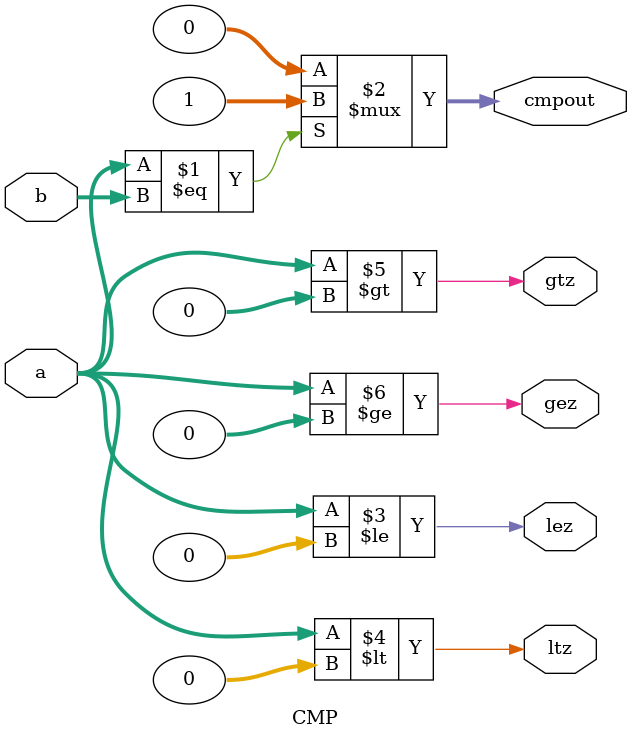
<source format=v>
`timescale 1ns / 1ps

module CMP(a,b,cmpout,lez,ltz,gtz,gez);
input [31:0]a,b;
output [31:0] cmpout;
output lez,ltz,gtz,gez;
assign cmpout=(a==b)?32'h1:32'h0;
assign lez=$signed(a)<=0;
assign ltz=$signed(a)<0;
assign gtz=$signed(a)>0;
assign gez=$signed(a)>=0;
endmodule

</source>
